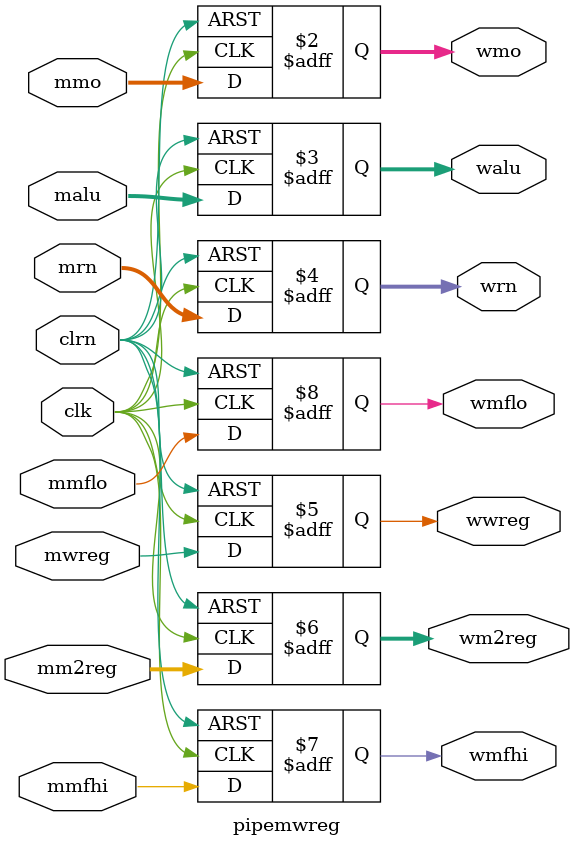
<source format=v>
module pipemwreg(mwreg, mm2reg, mmo, malu, mrn, clk, clrn,
				  wwreg, wm2reg, wmo, walu, wrn, mmfhi, mmflo, wmfhi, wmflo);

	input [31:0] mmo, malu;
	input [4:0] mrn;
	input       mwreg;
	input [1:0] mm2reg;
	input       clk, clrn;
	input mmfhi, mmflo;

	output [31:0] wmo, walu;
	output [4:0]  wrn;
	output        wwreg;
	output [1:0] wm2reg;
	output wmfhi, wmflo;
	reg [31:0] wmo, walu;
	reg [4:0]  wrn;
	reg        wwreg;
	reg [1:0] wm2reg;
	reg wmfhi, wmflo;
	always @(posedge clrn or posedge clk) begin
		if (clrn) begin
			wwreg <= 0;
			wm2reg <= 0;
			wmo <= 0;
			walu <= 0;
			wrn <= 0;
			wmfhi <= 0;
			wmflo <= 0;
		end
		else   begin
			wwreg <= mwreg;
			wm2reg <= mm2reg;
			wmo <= mmo;
			walu <= malu;
			wrn <= mrn;
			wmfhi <= mmfhi;
			wmflo <= mmflo;
		end
	end

endmodule



</source>
